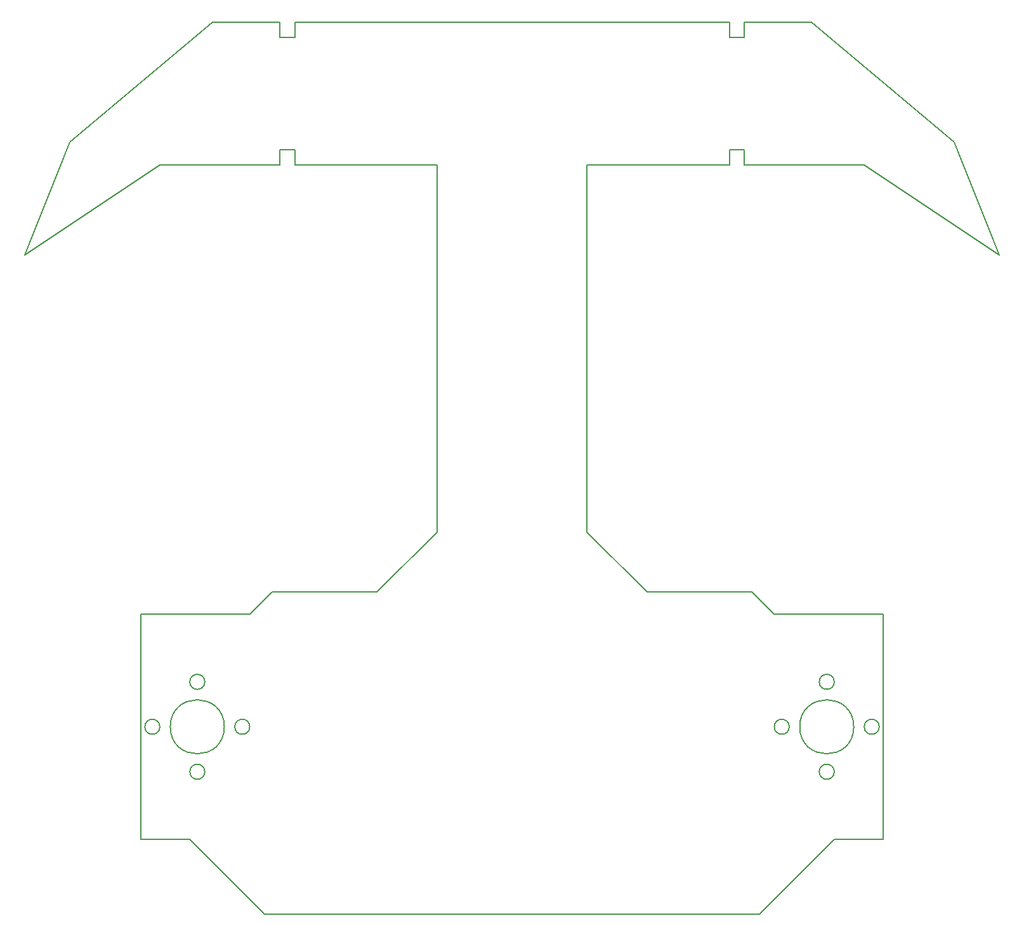
<source format=gbr>
G04 #@! TF.GenerationSoftware,KiCad,Pcbnew,(5.1.4)-1*
G04 #@! TF.CreationDate,2020-10-19T13:56:17-03:00*
G04 #@! TF.ProjectId,VELOCISTA,56454c4f-4349-4535-9441-2e6b69636164,rev?*
G04 #@! TF.SameCoordinates,Original*
G04 #@! TF.FileFunction,Profile,NP*
%FSLAX46Y46*%
G04 Gerber Fmt 4.6, Leading zero omitted, Abs format (unit mm)*
G04 Created by KiCad (PCBNEW (5.1.4)-1) date 2020-10-19 13:56:17*
%MOMM*%
%LPD*%
G04 APERTURE LIST*
%ADD10C,0.150000*%
G04 APERTURE END LIST*
D10*
X137000000Y-142000000D02*
G75*
G03X137000000Y-142000000I-1000000J0D01*
G01*
X143000000Y-148000000D02*
G75*
G03X143000000Y-148000000I-1000000J0D01*
G01*
X149000000Y-142000000D02*
G75*
G03X149000000Y-142000000I-1000000J0D01*
G01*
X143000000Y-136000000D02*
G75*
G03X143000000Y-136000000I-1000000J0D01*
G01*
X53000000Y-142000000D02*
G75*
G03X53000000Y-142000000I-1000000J0D01*
G01*
X65000000Y-142000000D02*
G75*
G03X65000000Y-142000000I-1000000J0D01*
G01*
X59000000Y-148000000D02*
G75*
G03X59000000Y-148000000I-1000000J0D01*
G01*
X59000000Y-136000000D02*
G75*
G03X59000000Y-136000000I-1000000J0D01*
G01*
X145605551Y-142000000D02*
G75*
G03X145605551Y-142000000I-3605551J0D01*
G01*
X61605551Y-142000000D02*
G75*
G03X61605551Y-142000000I-3605551J0D01*
G01*
X132000000Y-124000000D02*
X135000000Y-127000000D01*
X132000000Y-124000000D02*
X118000000Y-124000000D01*
X65000000Y-127000000D02*
X50500000Y-127000000D01*
X68000000Y-124000000D02*
X65000000Y-127000000D01*
X69000000Y-67000000D02*
X53000000Y-67000000D01*
X69000000Y-67000000D02*
X69000000Y-65000000D01*
X71000000Y-65000000D02*
X69000000Y-65000000D01*
X71000000Y-65000000D02*
X71000000Y-67000000D01*
X69000000Y-48000000D02*
X60000000Y-48000000D01*
X69000000Y-50000000D02*
X69000000Y-48000000D01*
X71000000Y-50000000D02*
X69000000Y-50000000D01*
X71000000Y-48000000D02*
X71000000Y-50000000D01*
X159000000Y-64000000D02*
X140000000Y-48000000D01*
X131000000Y-48000000D02*
X140000000Y-48000000D01*
X131000000Y-50000000D02*
X131000000Y-48000000D01*
X129000000Y-50000000D02*
X131000000Y-50000000D01*
X129000000Y-48000000D02*
X129000000Y-50000000D01*
X131000000Y-65000000D02*
X131000000Y-67000000D01*
X129000000Y-65000000D02*
X131000000Y-65000000D01*
X129000000Y-67000000D02*
X129000000Y-65000000D01*
X147000000Y-67000000D02*
X165000000Y-79000000D01*
X53000000Y-67000000D02*
X35000000Y-79000000D01*
X90000000Y-67000000D02*
X71000000Y-67000000D01*
X110000000Y-116000000D02*
X110000000Y-67000000D01*
X90000000Y-67000000D02*
X90000000Y-116000000D01*
X110000000Y-67000000D02*
X129000000Y-67000000D01*
X159000000Y-64000000D02*
X165000000Y-79000000D01*
X131000000Y-67000000D02*
X147000000Y-67000000D01*
X133000000Y-167000000D02*
X67000000Y-167000000D01*
X143000000Y-157000000D02*
X133000000Y-167000000D01*
X149500000Y-157000000D02*
X143000000Y-157000000D01*
X57000000Y-157000000D02*
X67000000Y-167000000D01*
X50500000Y-157000000D02*
X57000000Y-157000000D01*
X50500000Y-127000000D02*
X50500000Y-157000000D01*
X149500000Y-127000000D02*
X149500000Y-157000000D01*
X149500000Y-127000000D02*
X135000000Y-127000000D01*
X82000000Y-124000000D02*
X68000000Y-124000000D01*
X90000000Y-116000000D02*
X82000000Y-124000000D01*
X110000000Y-116000000D02*
X118000000Y-124000000D01*
X60000000Y-48000000D02*
X41000000Y-64000000D01*
X41000000Y-64000000D02*
X35000000Y-79000000D01*
X71000000Y-48000000D02*
X129000000Y-48000000D01*
M02*

</source>
